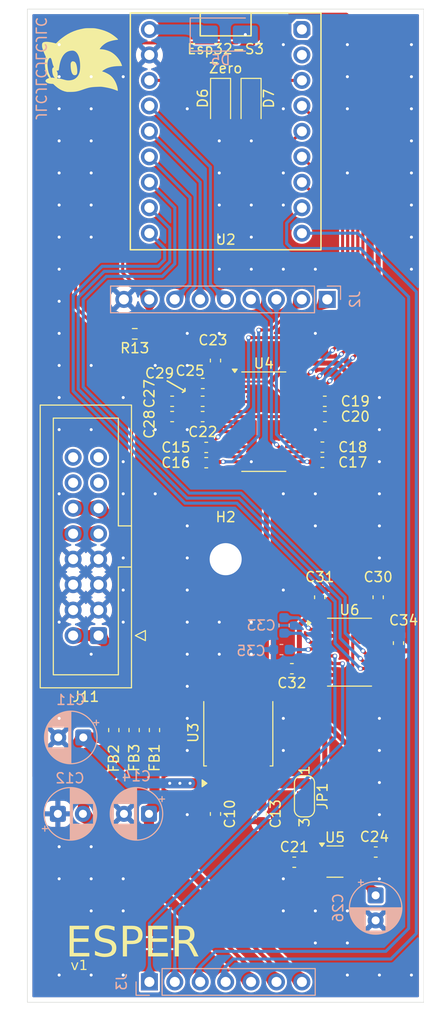
<source format=kicad_pcb>
(kicad_pcb (version 20241229) (generator "pcbnew") (generator_version "9.0")
  (title_block (title "Esper") (date "2025-05-13") (rev "1") (company "Sonic803"))
  (layers (0 "F.Cu" signal) (2 "B.Cu" signal) (13 "F.Paste" user) (15 "B.Paste" user) (5 "F.SilkS" user "F.Silkscreen") (7 "B.SilkS" user "B.Silkscreen") (1 "F.Mask" user) (3 "B.Mask" user) (25 "Edge.Cuts" user))
  (net 0 "")
  (net 1 "+5V")
  (net 2 "GND")
  (net 3 "/Main/Dac1")
  (net 4 "-12V")
  (net 5 "+12V")
  (net 6 "Net-(JP1-A)")
  (net 7 "+3.3VA")
  (net 8 "/Main/Adc_SDI")
  (net 9 "/Main/EncSw")
  (net 10 "/Main/Enc1")
  (net 11 "/Main/Enc2")
  (net 12 "/Main/In2")
  (net 13 "/Main/In1")
  (net 14 "/Main/Dac2")
  (net 15 "/Main/Prob")
  (net 16 "Net-(U4-REFIO)")
  (net 17 "Net-(U4-REFCAP)")
  (net 18 "Net-(U6-CAPM)")
  (net 19 "Net-(U6-CAPP)")
  (net 20 "Net-(D5-K)")
  (net 21 "Net-(J11-Pin_11)")
  (net 22 "Net-(J11-Pin_10)")
  (net 23 "/Main/Adc_SDO")
  (net 24 "Net-(J11-Pin_1)")
  (net 25 "/Main/Adc_CS")
  (net 26 "+3.3V")
  (net 27 "/Main/Adc_SCLK")
  (net 30 "Net-(U6-LDOO)")
  (net 31 "Net-(U6-VNEG)")
  (net 32 "/Main/Dac_BCK")
  (net 33 "/Main/Dac_LRCK")
  (net 34 "/Main/In4")
  (net 35 "/Main/Dac_DIN")
  (net 36 "/Main/D_SCL")
  (net 37 "/Main/D_SDA")
  (net 42 "/Main/In3")
  (net 45 "/Main/5Vadc")
  (footprint "Library:MountingHole_3.2mm_M3_Pad" (layer "F.Cu") (at 152.4 100.584)
    (property "Reference" "H2")
    (property "Value" "M3")
  )
  (footprint "Library:C_0603_1608Metric" (layer "F.Cu") (at 159.258 130.81 180)
    (property "Reference" "C21")
    (property "Value" "100n")
  )
  (footprint "Library:SolderJumper-3_P1.3mm_Open_RoundedPad1.0x1.5mm_NumberLabels" (layer "F.Cu") (at 160.274 124.236 -90)
    (property "Reference" "JP1")
    (property "Value" "SolderJumper_3_Open")
  )
  (footprint "Library:C_0603_1608Metric" (layer "F.Cu") (at 162.319 86.36)
    (property "Reference" "C20")
    (property "Value" "1u")
  )
  (footprint "Library:SOT-23-5" (layer "F.Cu") (at 163.322 130.744)
    (property "Reference" "U5")
    (property "Value" "ME6211C33M5")
  )
  (footprint "Library:C_0603_1608Metric" (layer "F.Cu") (at 159.017 111.506 180)
    (property "Reference" "C32")
    (property "Value" "100n")
  )
  (footprint "Library:D_SOD-123" (layer "F.Cu") (at 154.94 54.99 -90)
    (property "Reference" "D7")
    (property "Value" "BAT43")
  )
  (footprint "Library:D_SOD-123" (layer "F.Cu") (at 151.892 54.99 -90)
    (property "Reference" "D6")
    (property "Value" "BAT43")
  )
  (footprint "Library:C_0603_1608Metric" (layer "F.Cu") (at 147.053 86.36 180)
    (property "Reference" "C28")
    (property "Value" "10u")
  )
  (footprint "Library:C_0603_1608Metric" (layer "F.Cu") (at 169.672 108.953 -90)
    (property "Reference" "C34")
    (property "Value" "100n")
  )
  (footprint "Library:C_0603_1608Metric" (layer "F.Cu") (at 162.065 89.408 180)
    (property "Reference" "C18")
    (property "Value" "1n")
  )
  (footprint "Library:C_0603_1608Metric" (layer "F.Cu") (at 150.460806 89.437348)
    (property "Reference" "C15")
    (property "Value" "1n")
  )
  (footprint "Library:C_0603_1608Metric" (layer "F.Cu") (at 167.399 129.794 180)
    (property "Reference" "C24")
    (property "Value" "100n")
  )
  (footprint "Library:L_0603_1608Metric" (layer "F.Cu") (at 145.288 117.6275 -90)
    (property "Reference" "FB1")
    (property "Value" "BLM18R")
  )
  (footprint "Library:L_0603_1608Metric" (layer "F.Cu") (at 143.256 117.6275 -90)
    (property "Reference" "FB3")
    (property "Value" "BLM18R")
  )
  (footprint "Library:C_0603_1608Metric" (layer "F.Cu") (at 150.460806 90.961348)
    (property "Reference" "C16")
    (property "Value" "1n")
  )
  (footprint "Library:C_0603_1608Metric" (layer "F.Cu") (at 147.053 84.836 180)
    (property "Reference" "C27")
    (property "Value" "10u")
  )
  (footprint "Library:TO-252-3_TabPin2" (layer "F.Cu") (at 153.664 117.896 90)
    (property "Reference" "U3")
    (property "Value" "LM78M05_TO252")
  )
  (footprint "Library:Esp32-S3 Zero" (layer "F.Cu") (at 158.75 47.752)
    (property "Reference" "U2")
    (property "Value" "ESP32_S3_zero")
  )
  (footprint "Library:C_0603_1608Metric" (layer "F.Cu") (at 150.114 83.058 180)
    (property "Reference" "C25")
    (property "Value" "10u")
  )
  (footprint "Library:TSSOP-20_4.4x6.5mm_P0.65mm" (layer "F.Cu") (at 164.7775 109.859)
    (property "Reference" "U6")
    (property "Value" "PCM5102A")
  )
  (footprint "Library:IDC-Header_2x08_P2.54mm_Vertical" (layer "F.Cu") (at 139.7 108.204 180)
    (property "Reference" "J11")
    (property "Value" "Conn_02x08_Odd_Even")
  )
  (footprint "Library:L_0603_1608Metric" (layer "F.Cu") (at 141.224 117.6275 -90)
    (property "Reference" "FB2")
    (property "Value" "BLM18R")
  )
  (footprint "Library:C_0603_1608Metric" (layer "F.Cu") (at 151.384 125.997 -90)
    (property "Reference" "C10")
    (property "Value" "220n")
  )
  (footprint "Library:C_0603_1608Metric" (layer "F.Cu") (at 162.306 84.836)
    (property "Reference" "C19")
    (property "Value" "10u")
  )
  (footprint "Library:C_0603_1608Metric" (layer "F.Cu") (at 161.798 104.381 90)
    (property "Reference" "C31")
    (property "Value" "100n")
  )
  (footprint "Library:C_0603_1608Metric" (layer "F.Cu") (at 150.101 84.836 180)
    (property "Reference" "C29")
    (property "Value" "1u")
  )
  (footprint "Library:C_0603_1608Metric" (layer "F.Cu") (at 162.065 90.932 180)
    (property "Reference" "C17")
    (property "Value" "1n")
  )
  (footprint "Library:Sonic" (layer "F.Cu") (at 138.049 50.8)
    (property "Reference" "G***" (hide yes))
    (property "Value" "LOGO" (hide yes))
  )
  (footprint "Library:R_0603_1608Metric" (layer "F.Cu") (at 143.32 78.105 180)
    (property "Reference" "R13")
    (property "Value" "_")
  )
  (footprint "Library:C_0603_1608Metric" (layer "F.Cu") (at 167.64 104.381 90)
    (property "Reference" "C30")
    (property "Value" "100n")
  )
  (footprint "Library:TSSOP-38_4.4x9.7mm_P0.5mm" (layer "F.Cu") (at 156.21 86.868)
    (property "Reference" "U4")
    (property "Value" "ADS8688")
  )
  (footprint "Library:C_0603_1608Metric" (layer "F.Cu") (at 155.956 125.984 -90)
    (property "Reference" "C13")
    (property "Value" "100n")
  )
  (footprint "Library:C_0603_1608Metric" (layer "F.Cu") (at 150.101 86.36 180)
    (property "Reference" "C22")
    (property "Value" "1u")
  )
  (footprint "Library:C_0603_1608Metric" (layer "F.Cu") (at 151.384 80.772 90)
    (property "Reference" "C23")
    (property "Value" "10u")
  )
  (footprint "Library:PinSocket_1x09_P2.54mm_Vertical" (layer "B.Cu") (at 162.55 74.676 90)
    (property "Reference" "J2")
    (property "Value" "m_in_Con")
  )
  (footprint "Library:CP_Radial_D5.0mm_P2.50mm" (layer "B.Cu") (at 138.176 118.364 180)
    (property "Reference" "C11")
    (property "Value" "10u")
  )
  (footprint "Library:CP_Radial_D5.0mm_P2.50mm" (layer "B.Cu") (at 144.74 125.984 180)
    (property "Reference" "C14")
    (property "Value" "10u")
  )
  (footprint "Library:C_0603_1608Metric" (layer "B.Cu") (at 157.975 109.601 180)
    (property "Reference" "C35")
    (property "Value" "2.2u")
  )
  (footprint "Library:C_0603_1608Metric" (layer "B.Cu") (at 158.242 107.188 -90)
    (property "Reference" "C33")
    (property "Value" "2.2u")
  )
  (footprint "Library:PinSocket_1x07_P2.54mm_Vertical" (layer "B.Cu") (at 144.78 142.748 -90)
    (property "Reference" "J3")
    (property "Value" "m_Out_Con")
  )
  (footprint "Library:D_SMA" (layer "B.Cu") (at 152.368 48.26)
    (property "Reference" "D5")
    (property "Value" "B340A")
  )
  (footprint "Library:CP_Radial_D5.0mm_P2.50mm" (layer "B.Cu") (at 135.636 125.984)
    (property "Reference" "C12")
    (property "Value" "10u")
  )
  (footprint "Library:CP_Radial_D5.0mm_P2.50mm" (layer "B.Cu") (at 167.386 134.112 -90)
    (property "Reference" "C26")
    (property "Value" "10u")
  )
  (gr_line (start 148.336 83.82) (end 148.082 83.947) (stroke (width 0.15)) (layer "F.SilkS"))
  (gr_line (start 148.336 83.82) (end 146.558 82.804) (stroke (width 0.15)) (layer "F.SilkS"))
  (gr_line (start 148.336 83.566) (end 148.336 83.82) (stroke (width 0.15)) (layer "F.SilkS"))
  (gr_rect (start 132.588 45.72) (end 172.212 144.78) (stroke (width 0.05)) (fill no) (layer "Edge.Cuts"))
  (gr_text "v1" (at 136.906 141.732 0) (layer "F.SilkS") (effects (font (size 1 1)) (justify left bottom)))
  (gr_text "ESPER" (at 136.398 140.716 0) (layer "F.SilkS") (effects (font (size 3 3)) (justify left bottom)))
  (gr_text "JLCJLCJLCJLC" (at 133.35 56.896 270) (layer "B.SilkS") (effects (font (size 1 1)) (justify left bottom mirror)))
  (segment (start 161.4235 129.9275) (end 160.541 130.81) (width 0.5) (layer "F.Cu") (net 1))
  (segment (start 162.1845 129.794) (end 161.557 129.794) (width 0.5) (layer "F.Cu") (net 1))
  (segment (start 147.066 116.637) (end 147.066 100.076) (width 0.3) (layer "F.Cu") (net 1))
  (segment (start 145.288 118.415) (end 145.288 125.436) (width 1) (layer "F.Cu") (net 1))
  (segment (start 160.274 125.536) (end 160.214 125.536) (width 1) (layer "F.Cu") (net 1))
  (segment (start 137.414 75.438) (end 137.414 51.308) (width 0.3) (layer "F.Cu") (net 1))
  (segment (start 160.541 130.81) (end 161.425 131.694) (width 0.5) (layer "F.Cu") (net 1))
  (segment (start 145.288 125.436) (end 144.74 125.984) (width 1) (layer "F.Cu") (net 1))
  (segment (start 160.02 142.748) (end 151.511 134.239) (width 1) (layer "F.Cu") (net 1))
  (segment (start 160.033 130.81) (end 160.541 130.81) (width 0.5) (layer "F.Cu") (net 1))
  (segment (start 144.74 127.468) (end 144.74 125.984) (width 1) (layer "F.Cu") (net 1))
  (segment (start 147.066 100.076) (end 143.002 96.012) (width 0.3) (layer "F.Cu") (net 1))
  (segment (start 145.288 118.415) (end 147.066 116.637) (width 0.3) (layer "F.Cu") (net 1))
  (segment (start 161.4235 126.6855) (end 160.274 125.536) (width 0.5) (layer "F.Cu") (net 1))
  (segment (start 161.425 131.694) (end 162.1845 131.694) (width 0.5) (layer "F.Cu") (net 1))
  (segment (start 161.4235 129.9275) (end 161.4235 126.6855) (width 0.5) (layer "F.Cu") (net 1))
  (segment (start 160.214 125.536) (end 151.511 134.239) (width 1) (layer "F.Cu") (net 1))
  (segment (start 161.557 129.794) (end 161.4235 129.9275) (width 0.5) (layer "F.Cu") (net 1))
  (segment (start 139.631 49.091) (end 153.537 49.091) (width 0.3) (layer "F.Cu") (net 1))
  (segment (start 151.511 134.239) (end 144.74 127.468) (width 1) (layer "F.Cu") (net 1))
  (segment (start 143.002 96.012) (end 143.002 81.026) (width 0.3) (layer "F.Cu") (net 1))
  (segment (start 153.537 49.091) (end 154.368 48.26) (width 0.3) (layer "F.Cu") (net 1))
  (segment (start 143.002 81.026) (end 137.414 75.438) (width 0.3) (layer "F.Cu") (net 1))
  (segment (start 137.414 51.308) (end 139.631 49.091) (width 0.3) (layer "F.Cu") (net 1))
  (via (at 154.368 48.26) (size 0.45) (drill 0.3) (layers "F.Cu" "B.Cu") (net 1))
  (via (at 148.563 119.662) (size 0.45) (drill 0.3) (layers "F.Cu" "B.Cu") (net 2))
  (via (at 151.763 106.862) (size 0.45) (drill 0.3) (layers "F.Cu" "B.Cu") (net 2))
  (via (at 135.763 52.462) (size 0.45) (drill 0.3) (layers "F.Cu" "B.Cu") (net 2))
  (via (at 145.363 94.062) (size 0.45) (drill 0.3) (layers "F.Cu" "B.Cu") (net 2))
  (via (at 135.763 106.862) (size 0.45) (drill 0.3) (layers "F.Cu" "B.Cu") (net 2))
  (via (at 158.163 49.262) (size 0.45) (drill 0.3) (layers "F.Cu" "B.Cu") (net 2))
  (via (at 151.763 110.062) (size 0.45) (drill 0.3) (layers "F.Cu" "B.Cu") (net 2))
  (via (at 148.563 87.662) (size 0.45) (drill 0.3) (layers "F.Cu" "B.Cu") (net 2))
  (via (at 167.763 97.262) (size 0.45) (drill 0.3) (layers "F.Cu" "B.Cu") (net 2))
  (via (at 135.763 84.462) (size 0.45) (drill 0.3) (layers "F.Cu" "B.Cu") (net 2))
  (via (at 138.963 81.262) (size 0.45) (drill 0.3) (layers "F.Cu" "B.Cu") (net 2))
  (via (at 158.163 62.062) (size 0.45) (drill 0.3) (layers "F.Cu" "B.Cu") (net 2))
  (via (at 170.963 62.062) (size 0.45) (drill 0.3) (layers "F.Cu" "B.Cu") (net 2))
  (via (at 135.763 94.062) (size 0.45) (drill 0.3) (layers "F.Cu" "B.Cu") (net 2))
  (via (at 170.963 58.862) (size 0.45) (drill 0.3) (layers "F.Cu" "B.Cu") (net 2))
  (via (at 161.363 94.062) (size 0.45) (drill 0.3) (layers "F.Cu" "B.Cu") (net 2))
  (via (at 167.763 122.862) (size 0.45) (drill 0.3) (layers "F.Cu" "B.Cu") (net 2))
  (via (at 167.763 100.462) (size 0.45) (drill 0.3) (layers "F.Cu" "B.Cu") (net 2))
  (via (at 138.963 87.662) (size 0.45) (drill 0.3) (layers "F.Cu" "B.Cu") (net 2))
  (via (at 138.963 65.262) (size 0.45) (drill 0.3) (layers "F.Cu" "B.Cu") (net 2))
  (via (at 151.763 65.262) (size 0.45) (drill 0.3) (layers "F.Cu" "B.Cu") (net 2))
  (via (at 142.163 103.662) (size 0.45) (drill 0.3) (layers "F.Cu" "B.Cu") (net 2))
  (via (at 167.763 132.462) (size 0.45) (drill 0.3) (layers "F.Cu" "B.Cu") (net 2))
  (via (at 135.763 129.262) (size 0.45) (drill 0.3) (layers "F.Cu" "B.Cu") (net 2))
  (via (at 167.763 84.462) (size 0.45) (drill 0.3) (layers "F.Cu" "B.Cu") (net 2))
  (via (at 135.763 74.862) (size 0.45) (drill 0.3) (layers "F.Cu" "B.Cu") (net 2))
  (via (at 164.563 142.062) (size 0.45) (drill 0.3) (layers "F.Cu" "B.Cu") (net 2))
  (via (at 138.963 135.662) (size 0.45) (drill 0.3) (layers "F.Cu" "B.Cu") (net 2))
  (via (at 170.963 142.062) (size 0.45) (drill 0.3) (layers "F.Cu" "B.Cu") (net 2))
  (via (at 148.563 126.062) (size 0.45) (drill 0.3) (layers "F.Cu" "B.Cu") (net 2))
  (via (at 142.163 106.862) (size 0.45) (drill 0.3) (layers "F.Cu" "B.Cu") (net 2))
  (via (at 167.763 142.062) (size 0.45) (drill 0.3) (layers "F.Cu" "B.Cu") (net 2))
  (via (at 170.963 65.262) (size 0.45) (drill 0.3) (layers "F.Cu" "B.Cu") (net 2))
  (via (at 138.963 142.062) (size 0.45) (drill 0.3) (layers "F.Cu" "B.Cu") (net 2))
  (via (at 167.763 119.662) (size 0.45) (drill 0.3) (layers "F.Cu" "B.Cu") (net 2))
  (via (at 161.363 97.262) (size 0.45) (drill 0.3) (layers "F.Cu" "B.Cu") (net 2))
  (via (at 135.763 49.262) (size 0.45) (drill 0.3) (layers "F.Cu" "B.Cu") (net 2))
  (via (at 148.563 100.462) (size 0.45) (drill 0.3) (layers "F.Cu" "B.Cu") (net 2))
  (via (at 161.363 71.662) (size 0.45) (drill 0.3) (layers "F.Cu" "B.Cu") (net 2))
  (via (at 164.563 62.062) (size 0.45) (drill 0.3) (layers "F.Cu" "B.Cu") (net 2))
  (via (at 135.763 62.062) (size 0.45) (drill 0.3) (layers "F.Cu" "B.Cu") (net 2))
  (via (at 142.163 94.062) (size 0.45) (drill 0.3) (layers "F.Cu" "B.Cu") (net 2))
  (via (at 158.163 55.662) (size 0.45) (drill 0.3) (layers "F.Cu" "B.Cu") (net 2))
  (via (at 138.963 129.262) (size 0.45) (drill 0.3) (layers "F.Cu" "B.Cu") (net 2))
  (via (at 164.563 135.662) (size 0.45) (drill 0.3) (layers "F.Cu" "B.Cu") (net 2))
  (via (at 158.163 119.662) (size 0.45) (drill 0.3) (layers "F.Cu" "B.Cu") (net 2))
  (via (at 154.963 90.862) (size 0.45) (drill 0.3) (layers "F.Cu" "B.Cu") (net 2))
  (via (at 142.163 52.462) (size 0.45) (drill 0.3) (layers "F.Cu" "B.Cu") (net 2))
  (via (at 154.963 65.262) (size 0.45) (drill 0.3) (layers "F.Cu" "B.Cu") (net 2))
  (via (at 158.163 71.662) (size 0.45) (drill 0.3) (layers "F.Cu" "B.Cu") (net 2))
  (via (at 151.763 62.062) (size 0.45) (drill 0.3) (layers "F.Cu" "B.Cu") (net 2))
  (via (at 170.963 52.462) (size 0.45) (drill 0.3) (layers "F.Cu" "B.Cu") (net 2))
  (via (at 142.163 90.862) (size 0.45) (drill 0.3) (layers "F.Cu" "B.Cu") (net 2))
  (via (at 148.563 78.062) (size 0.45) (drill 0.3) (layers "F.Cu" "B.Cu") (net 2))
  (via (at 154.963 58.862) (size 0.45) (drill 0.3) (layers "F.Cu" "B.Cu") (net 2))
  (via (at 158.163 135.662) (size 0.45) (drill 0.3) (layers "F.Cu" "B.Cu") (net 2))
  (via (at 148.563 103.662) (size 0.45) (drill 0.3) (layers "F.Cu" "B.Cu") (net 2))
  (via (at 135.763 65.262) (size 0.45) (drill 0.3) (layers "F.Cu" "B.Cu") (net 2))
  (via (at 154.963 106.862) (size 0.45) (drill 0.3) (layers "F.Cu" "B.Cu") (net 2))
  (via (at 164.563 55.662) (size 0.45) (drill 0.3) (layers "F.Cu" "B.Cu") (net 2))
  (via (at 148.563 97.262) (size 0.45) (drill 0.3) (layers "F.Cu" "B.Cu") (net 2))
  (via (at 151.763 68.462) (size 0.45) (drill 0.3) (layers "F.Cu" "B.Cu") (net 2))
  (via (at 170.963 55.662) (size 0.45) (drill 0.3) (layers "F.Cu" "B.Cu") (net 2))
  (via (at 138.963 110.062) (size 0.45) (drill 0.3) (layers "F.Cu" "B.Cu") (net 2))
  (via (at 138.963 68.462) (size 0.45) (drill 0.3) (layers "F.Cu" "B.Cu") (net 2))
  (via (at 138.963 62.062) (size 0.45) (drill 0.3) (layers "F.Cu" "B.Cu") (net 2))
  (via (at 154.963 110.062) (size 0.45) (drill 0.3) (layers "F.Cu" "B.Cu") (net 2))
  (via (at 170.963 68.462) (size 0.45) (drill 0.3) (layers "F.Cu" "B.Cu") (net 2))
  (via (at 158.163 94.062) (size 0.45) (drill 0.3) (layers "F.Cu" "B.Cu") (net 2))
  (via (at 161.363 78.062) (size 0.45) (drill 0.3) (layers "F.Cu" "B.Cu") (net 2))
  (via (at 164.563 138.862) (size 0.45) (drill 0.3) (layers "F.Cu" "B.Cu") (net 2))
  (via (at 135.763 68.462) (size 0.45) (drill 0.3) (layers "F.Cu" "B.Cu") (net 2))
  (via (at 151.763 58.862) (size 0.45) (drill 0.3) (layers "F.Cu" "B.Cu") (net 2))
  (via (at 161.363 138.862) (size 0.45) (drill 0.3) (layers "F.Cu" "B.Cu") (net 2))
  (via (at 148.563 116.462) (size 0.45) (drill 0.3) (layers "F.Cu" "B.Cu") (net 2))
  (via (at 142.163 142.062) (size 0.45) (drill 0.3) (layers "F.Cu" "B.Cu") (net 2))
  (via (at 167.763 94.062) (size 0.45) (drill 0.3) (layers "F.Cu" "B.Cu") (net 2))
  (via (at 154.963 68.462) (size 0.45) (drill 0.3) (layers "F.Cu" "B.Cu") (net 2))
  (via (at 145.363 81.262) (size 0.45) (drill 0.3) (layers "F.Cu" "B.Cu") (net 2))
  (via (at 138.963 55.662) (size 0.45) (drill 0.3) (layers "F.Cu" "B.Cu") (net 2))
  (via (at 145.363 87.662) (size 0.45) (drill 0.3) (layers "F.Cu" "B.Cu") (net 2))
  (via (at 135.763 58.862) (size 0.45) (drill 0.3) (layers "F.Cu" "B.Cu") (net 2))
  (via (at 148.563 106.862) (size 0.45) (drill 0.3) (layers "F.Cu" "B.Cu") (net 2))
  (via (at 167.763 126.062) (size 0.45) (drill 0.3) (layers "F.Cu" "B.Cu") (net 2))
  (via (at 142.163 132.462) (size 0.45) (drill 0.3) (layers "F.Cu" "B.Cu") (net 2))
  (via (at 135.763 87.662) (size 0.45) (drill 0.3) (layers "F.Cu" "B.Cu") (net 2))
  (via (at 135.763 55.662) (size 0.45) (drill 0.3) (layers "F.Cu" "B.Cu") (net 2))
  (via (at 135.763 81.262) (size 0.45) (drill 0.3) (layers "F.Cu" "B.Cu") (net 2))
  (via (at 161.363 135.662) (size 0.45) (drill 0.3) (layers "F.Cu" "B.Cu") (net 2))
  (via (at 167.763 116.462) (size 0.45) (drill 0.3) (layers "F.Cu" "B.Cu") (net 2))
  (via (at 154.963 71.662) (size 0.45) (drill 0.3) (layers "F.Cu" "B.Cu") (net 2))
  (via (at 151.763 71.662) (size 0.45) (drill 0.3) (layers "F.Cu" "B.Cu") (net 2))
  (via (at 135.763 116.462) (size 0.45) (drill 0.3) (layers "F.Cu" "B.Cu") (net 2))
  (via (at 135.763 78.062) (size 0.45) (drill 0.3) (layers "F.Cu" "B.Cu") (net 2))
  (via (at 158.163 65.262) (size 0.45) (drill 0.3) (layers "F.Cu" "B.Cu") (net 2))
  (via (at 138.963 58.862) (size 0.45) (drill 0.3) (layers "F.Cu" "B.Cu") (net 2))
  (via (at 148.563 110.062) (size 0.45) (drill 0.3) (layers "F.Cu" "B.Cu") (net 2))
  (via (at 151.763 78.062) (size 0.45) (drill 0.3) (layers "F.Cu" "B.Cu") (net 2))
  (via (at 142.163 135.662) (size 0.45) (drill 0.3) (layers "F.Cu" "B.Cu") (net 2))
  (via (at 164.563 52.462) (size 0.45) (drill 0.3) (layers "F.Cu" "B.Cu") (net 2))
  (via (at 167.763 90.862) (size 0.45) (drill 0.3) (layers "F.Cu" "B.Cu") (net 2))
  (via (at 148.563 55.662) (size 0.45) (drill 0.3) (layers "F.Cu" "B.Cu") (net 2))
  (via (at 138.963 52.462) (size 0.45) (drill 0.3) (layers "F.Cu" "B.Cu") (net 2))
  (via (at 142.163 100.462) (size 0.45) (drill 0.3) (layers "F.Cu" "B.Cu") (net 2))
  (via (at 138.963 132.462) (size 0.45) (drill 0.3) (layers "F.Cu" "B.Cu") (net 2))
  (via (at 135.763 142.062) (size 0.45) (drill 0.3) (layers "F.Cu" "B.Cu") (net 2))
  (via (at 170.963 71.662) (size 0.45) (drill 0.3) (layers "F.Cu" "B.Cu") (net 2))
  (via (at 167.763 87.662) (size 0.45) (drill 0.3) (layers "F.Cu" "B.Cu") (net 2))
  (via (at 161.363 87.662) (size 0.45) (drill 0.3) (layers "F.Cu" "B.Cu") (net 2))
  (via (at 148.563 81.262) (size 0.45) (drill 0.3) (layers "F.Cu" "B.Cu") (net 2))
  (via (at 135.763 71.662) (size 0.45) (drill 0.3) (layers "F.Cu" "B.Cu") (net 2))
  (via (at 158.163 116.462) (size 0.45) (drill 0.3) (layers "F.Cu" "B.Cu") (net 2))
  (via (at 148.563 113.262) (size 0.45) (drill 0.3) (layers "F.Cu" "B.Cu") (net 2))
  (via (at 164.563 49.262) (size 0.45) (drill 0.3) (layers "F.Cu" "B.Cu") (net 2))
  (via (at 158.163 132.462) (size 0.45) (drill 0.3) (layers "F.Cu" "B.Cu") (net 2))
  (via (at 170.963 49.262) (size 0.45) (drill 0.3) (layers "F.Cu" "B.Cu") (net 2))
  (via (at 142.163 84.462) (size 0.45) (drill 0.3) (layers "F.Cu" "B.Cu") (net 2))
  (via (at 135.763 132.462) (size 0.45) (drill 0.3) (layers "F.Cu" "B.Cu") (net 2))
  (via (at 148.563 90.862) (size 0.45) (drill 0.3) (layers "F.Cu" "B.Cu") (net 2))
  (via (at 158.163 103.662) (size 0.45) (drill 0.3) (layers "F.Cu" "B.Cu") (net 2))
  (segment (start 163.322 110.236) (end 161.967 110.236) (width 0.3) (layer "F.Cu") (net 3))
  (segment (start 161.967 110.236) (end 161.915 110.184) (width 0.3) (layer "F.Cu") (net 3))
  (via (at 163.322 110.236) (size 0.45) (drill 0.3) (layers "F.Cu" "B.Cu") (net 3))
  (segment (start 163.322 118.364) (end 163.322 110.236) (width 0.3) (layer "B.Cu") (net 3))
  (segment (start 144.78 142.748) (end 144.78 136.906) (width 0.3) (layer "B.Cu") (net 3))
  (segment (start 144.78 136.906) (end 163.322 118.364) (width 0.3) (layer "B.Cu") (net 3))
  (segment (start 138.136 125.984) (end 138.176 125.984) (width 1) (layer "F.Cu") (net 4))
  (segment (start 138.176 125.984) (end 148.336 136.144) (width 1) (layer "F.Cu") (net 4))
  (segment (start 148.336 136.144) (end 150.876 136.144) (width 1) (layer "F.Cu") (net 4))
  (segment (start 143.256 119.888) (end 138.136 125.008) (width 1) (layer "F.Cu") (net 4))
  (segment (start 150.876 136.144) (end 157.48 142.748) (width 1) (layer "F.Cu") (net 4))
  (segment (start 143.256 118.415) (end 143.256 119.888) (width 1) (layer "F.Cu") (net 4))
  (segment (start 138.136 125.008) (end 138.136 125.984) (width 1) (layer "F.Cu") (net 4))
  (segment (start 148.844 122.936) (end 147.828 122.936) (width 1) (layer "F.Cu") (net 5))
  (segment (start 151.384 122.936) (end 149.606 122.936) (width 1) (layer "F.Cu") (net 5))
  (segment (start 137.546 138.877) (end 133.858 135.189) (width 1) (layer "F.Cu") (net 5))
  (segment (start 141.224 118.415) (end 138.227 118.415) (width 1) (layer "F.Cu") (net 5))
  (segment (start 133.858 135.189) (end 133.858 122.682) (width 1) (layer "F.Cu") (net 5))
  (segment (start 141.173 118.364) (end 141.224 118.415) (width 1) (layer "F.Cu") (net 5))
  (segment (start 133.858 122.682) (end 138.176 118.364) (width 1) (layer "F.Cu") (net 5))
  (segment (start 138.227 118.415) (end 138.176 118.364) (width 1) (layer "F.Cu") (net 5))
  (segment (start 151.384 122.936) (end 151.384 125.222) (width 1) (layer "F.Cu") (net 5))
  (segment (start 149.606 122.936) (end 148.844 122.936) (width 1) (layer "F.Cu") (net 5))
  (segment (start 154.94 142.748) (end 151.069 138.877) (width 1) (layer "F.Cu") (net 5))
  (segment (start 151.069 138.877) (end 137.546 138.877) (width 1) (layer "F.Cu") (net 5))
  (segment (start 147.828 122.936) (end 146.812 122.936) (width 1) (layer "F.Cu") (net 5))
  (via (at 146.812 122.936) (size 0.45) (drill 0.3) (layers "F.Cu" "B.Cu") (net 5))
  (via (at 148.844 122.936) (size 0.45) (drill 0.3) (layers "F.Cu" "B.Cu") (net 5))
  (via (at 147.828 122.936) (size 0.45) (drill 0.3) (layers "F.Cu" "B.Cu") (net 5))
  (segment (start 142.748 122.936) (end 148.844 122.936) (width 1) (layer "B.Cu") (net 5))
  (segment (start 138.176 118.364) (end 142.748 122.936) (width 1) (layer "B.Cu") (net 5))
  (segment (start 155.944 122.936) (end 160.274 122.936) (width 1) (layer "F.Cu") (net 6))
  (segment (start 155.956 122.948) (end 155.944 122.936) (width 1) (layer "F.Cu") (net 6))
  (segment (start 155.956 125.209) (end 155.956 122.948) (width 1) (layer "F.Cu") (net 6))
  (segment (start 159.814 111.484) (end 159.792 111.506) (width 0.5) (layer "F.Cu") (net 7))
  (segment (start 164.592 129.6615) (end 164.4595 129.794) (width 0.5) (layer "F.Cu") (net 7))
  (segment (start 161.798 106.817) (end 161.915 106.934) (width 0.5) (layer "F.Cu") (net 7))
  (segment (start 167.386 134.112) (end 166.624 133.35) (width 0.5) (layer "F.Cu") (net 7))
  (segment (start 159.792 111.506) (end 159.792 114.326) (width 0.5) (layer "F.Cu") (net 7))
  (segment (start 159.766 107.188) (end 159.766 111.48) (width 0.5) (layer "F.Cu") (net 7))
  (segment (start 161.798 105.156) (end 161.798 106.817) (width 0.5) (layer "F.Cu") (net 7))
  (segment (start 159.766 111.48) (end 159.792 111.506) (width 0.5) (layer "F.Cu") (net 7))
  (segment (start 164.4595 129.794) (end 166.624 129.794) (width 0.5) (layer "F.Cu") (net 7))
  (segment (start 159.792 114.326) (end 164.592 119.126) (width 0.5) (layer "F.Cu") (net 7))
  (segment (start 161.798 105.156) (end 159.766 107.188) (width 0.5) (layer "F.Cu") (net 7))
  (segment (start 166.624 133.35) (end 166.624 129.794) (width 0.5) (layer "F.Cu") (net 7))
  (segment (start 164.592 119.126) (end 164.592 129.6615) (width 0.5) (layer "F.Cu") (net 7))
  (segment (start 161.915 111.484) (end 159.814 111.484) (width 0.5) (layer "F.Cu") (net 7))
  (segment (start 153.3475 82.368) (end 153.67 82.0455) (width 0.3) (layer "F.Cu") (net 8))
  (segment (start 153.67 82.0455) (end 153.67 64.262) (width 0.3) (layer "F.Cu") (net 8))
  (segment (start 153.67 64.262) (end 160.02 57.912) (width 0.3) (layer "F.Cu") (net 8))
  (segment (start 148.844 64.516) (end 144.78 60.452) (width 0.3) (layer "B.Cu") (net 9))
  (segment (start 147.31 74.676) (end 148.844 73.142) (width 0.3) (layer "B.Cu") (net 9))
  (segment (start 148.844 73.142) (end 148.844 64.516) (width 0.3) (layer "B.Cu") (net 9))
  (segment (start 150.876 61.468) (end 144.78 55.372) (width 0.3) (layer "B.Cu") (net 10))
  (segment (start 152.39 74.676) (end 150.876 73.162) (width 0.3) (layer "B.Cu") (net 10))
  (segment (start 150.876 73.162) (end 150.876 61.468) (width 0.3) (layer "B.Cu") (net 10))
  (segment (start 149.85 62.982) (end 149.85 74.676) (width 0.3) (layer "B.Cu") (net 11))
  (segment (start 144.78 57.912) (end 149.85 62.982) (width 0.3) (layer "B.Cu") (net 11))
  (segment (start 151.702 90.868) (end 151.608652 90.961348) (width 0.3) (layer "F.Cu") (net 12))
  (segment (start 160.01 74.676) (end 156.962 77.724) (width 0.3) (layer "F.Cu") (net 12))
  (segment (start 151.608652 90.961348) (end 151.235806 90.961348) (width 0.3) (layer "F.Cu") (net 12))
  (segment (start 156.962 77.724) (end 155.702 77.724) (width 0.3) (layer "F.Cu") (net 12))
  (segment (start 152.146 90.868) (end 151.702 90.868) (width 0.3) (layer "F.Cu") (net 12))
  (segment (start 153.3475 90.868) (end 152.146 90.868) (width 0.3) (layer "F.Cu") (net 12))
  (via (at 152.146 90.868) (size 0.45) (drill 0.3) (layers "F.Cu" "B.Cu") (net 12))
  (via (at 155.702 77.724) (size 0.45) (drill 0.3) (layers "F.Cu" "B.Cu") (net 12))
  (segment (start 155.702 77.724) (end 155.702 88.265) (width 0.3) (layer "B.Cu") (net 12))
  (segment (start 153.099 90.868) (end 152.146 90.868) (width 0.3) (layer "B.Cu") (net 12))
  (segment (start 155.702 88.265) (end 153.099 90.868) (width 0.3) (layer "B.Cu") (net 12))
  (segment (start 151.59 89.868) (end 151.235806 89.513806) (width 0.3) (layer "F.Cu") (net 13))
  (segment (start 151.638 88.392) (end 151.235806 88.794194) (width 0.2) (layer "F.Cu") (net 13))
  (segment (start 151.235806 88.794194) (end 151.235806 89.437348) (width 0.2) (layer "F.Cu") (net 13))
  (segment (start 162.55 74.676) (end 158.74 78.486) (width 0.3) (layer "F.Cu") (net 13))
  (segment (start 151.235806 89.513806) (end 151.235806 89.437348) (width 0.3) (layer "F.Cu") (net 13))
  (segment (start 153.3475 89.868) (end 151.59 89.868) (width 0.3) (layer "F.Cu") (net 13))
  (segment (start 158.74 78.486) (end 154.686 78.486) (width 0.3) (layer "F.Cu") (net 13))
  (via (at 154.686 78.486) (size 0.45) (drill 0.3) (layers "F.Cu" "B.Cu") (net 13))
  (via (at 151.638 88.392) (size 0.45) (drill 0.3) (layers "F.Cu" "B.Cu") (net 13))
  (segment (start 154.686 85.344) (end 151.638 88.392) (width 0.3) (layer "B.Cu") (net 13))
  (segment (start 154.686 78.486) (end 154.686 85.344) (width 0.3) (layer "B.Cu") (net 13))
  (segment (start 161.915 110.834) (end 162.928636 110.834) (width 0.3) (layer "F.Cu") (net 14))
  (segment (start 163.092636 110.998) (end 164.084 110.998) (width 0.3) (layer "F.Cu") (net 14))
  (segment (start 162.928636 110.834) (end 163.092636 110.998) (width 0.3) (layer "F.Cu") (net 14))
  (via (at 164.084 110.998) (size 0.45) (drill 0.3) (layers "F.Cu" "B.Cu") (net 14))
  (segment (start 164.084 110.998) (end 164.084 118.872) (width 0.3) (layer "B.Cu") (net 14))
  (segment (start 147.32 135.636) (end 147.32 142.748) (width 0.3) (layer "B.Cu") (net 14))
  (segment (start 164.084 118.872) (end 147.32 135.636) (width 0.3) (layer "B.Cu") (net 14))
  (segment (start 144.77 77.48) (end 144.145 78.105) (width 0.3) (layer "F.Cu") (net 15))
  (segment (start 151.892 56.64) (end 154.94 53.592) (width 0.3) (layer "F.Cu") (net 15))
  (segment (start 144.77 74.676) (end 144.77 77.48) (width 0.3) (layer "F.Cu") (net 15))
  (segment (start 143.198 54.033) (end 142.113 55.118) (width 0.3) (layer "F.Cu") (net 15))
  (segment (start 149.285 54.033) (end 151.892 56.64) (width 0.3) (layer "F.Cu") (net 15))
  (segment (start 155.448 53.34) (end 155.956 52.832) (width 0.3) (layer "F.Cu") (net 15))
  (segment (start 142.113 72.019) (end 142.113 55.118) (width 0.3) (layer "F.Cu") (net 15))
  (segment (start 144.77 74.676) (end 142.113 72.019) (width 0.3) (layer "F.Cu") (net 15))
  (segment (start 154.94 53.34) (end 155.448 53.34) (width 0.3) (layer "F.Cu") (net 15))
  (segment (start 143.198 54.033) (end 149.285 54.033) (width 0.3) (layer "F.Cu") (net 15))
  (segment (start 154.94 53.592) (end 154.94 53.34) (width 0.3) (layer "F.Cu") (net 15))
  (segment (start 155.956 52.832) (end 160.02 52.832) (width 0.3) (layer "F.Cu") (net 15))
  (segment (start 152.44 84.368) (end 151.13 83.058) (width 0.3) (layer "F.Cu") (net 16))
  (segment (start 153.3475 84.368) (end 152.44 84.368) (width 0.3) (layer "F.Cu") (net 16))
  (segment (start 151.13 83.058) (end 150.889 83.058) (width 0.3) (layer "F.Cu") (net 16))
  (segment (start 147.828 84.836) (end 147.828 86.36) (width 0.3) (layer "F.Cu") (net 17))
  (segment (start 150.876 84.836) (end 151.408 85.368) (width 0.3) (layer "F.Cu") (net 17))
  (segment (start 149.95 83.91) (end 150.876 84.836) (width 0.3) (layer "F.Cu") (net 17))
  (segment (start 147.828 84.836) (end 148.754 83.91) (width 0.3) (layer "F.Cu") (net 17))
  (segment (start 151.408 85.368) (end 153.3475 85.368) (width 0.3) (layer "F.Cu") (net 17))
  (segment (start 148.754 83.91) (end 149.95 83.91) (width 0.3) (layer "F.Cu") (net 17))
  (segment (start 160.655 108.712) (end 160.827 108.884) (width 0.3) (layer "F.Cu") (net 18))
  (segment (start 160.827 108.884) (end 161.915 108.884) (width 0.3) (layer "F.Cu") (net 18))
  (via (at 160.655 108.712) (size 0.45) (drill 0.3) (layers "F.Cu" "B.Cu") (net 18))
  (segment (start 158.242 107.963) (end 158.255 107.976) (width 0.3) (layer "B.Cu") (net 18))
  (segment (start 158.255 107.976) (end 159.919 107.976) (width 0.3) (layer "B.Cu") (net 18))
  (segment (start 159.919 107.976) (end 160.655 108.712) (width 0.3) (layer "B.Cu") (net 18))
  (segment (start 161.915 107.584) (end 160.797 107.584) (width 0.3) (layer "F.Cu") (net 19))
  (segment (start 160.797 107.584) (end 160.655 107.442) (width 0.3) (layer "F.Cu") (net 19))
  (via (at 160.655 107.442) (size 0.45) (drill 0.3) (layers "F.Cu" "B.Cu") (net 19))
  (segment (start 158.255 106.426) (end 158.242 106.413) (width 0.3) (layer "B.Cu") (net 19))
  (segment (start 159.639 106.426) (end 158.255 106.426) (width 0.3) (layer "B.Cu") (net 19))
  (segment (start 160.655 107.442) (end 159.639 106.426) (width 0.3) (layer "B.Cu") (net 19))
  (segment (start 150.368 48.26) (end 149.86 47.752) (width 1) (layer "B.Cu") (net 20))
  (segment (start 149.86 47.752) (end 144.78 47.752) (width 1) (layer "B.Cu") (net 20))
  (segment (start 145.288 101.092) (end 139.7 95.504) (width 1) (layer "F.Cu") (net 21))
  (segment (start 145.288 116.84) (end 145.288 101.092) (width 1) (layer "F.Cu") (net 21))
  (segment (start 137.16 95.504) (end 139.7 95.504) (width 1) (layer "F.Cu") (net 21))
  (segment (start 137.16 98.044) (end 136.144 98.044) (width 1) (layer "F.Cu") (net 22))
  (segment (start 134.62 99.568) (end 134.62 110.236) (width 1) (layer "F.Cu") (net 22))
  (segment (start 137.16 98.044) (end 139.7 98.044) (width 1) (layer "F.Cu") (net 22))
  (segment (start 136.144 98.044) (end 134.62 99.568) (width 1) (layer "F.Cu") (net 22))
  (segment (start 134.62 110.236) (end 141.224 116.84) (width 1) (layer "F.Cu") (net 22))
  (segment (start 162.814 82.804) (end 162.25 83.368) (width 0.3) (layer "F.Cu") (net 23))
  (segment (start 166.116 79.502) (end 166.116 61.468) (width 0.3) (layer "F.Cu") (net 23))
  (segment (start 165.1 80.518) (end 166.116 79.502) (width 0.3) (layer "F.Cu") (net 23))
  (segment (start 162.25 83.368) (end 159.0725 83.368) (width 0.3) (layer "F.Cu") (net 23))
  (segment (start 166.116 61.468) (end 160.02 55.372) (width 0.3) (layer "F.Cu") (net 23))
  (via (at 165.1 80.518) (size 0.45) (drill 0.3) (layers "F.Cu" "B.Cu") (net 23))
  (via (at 162.814 82.804) (size 0.45) (drill 0.3) (layers "F.Cu" "B.Cu") (net 23))
  (segment (start 165.1 80.518) (end 162.814 82.804) (width 0.3) (layer "B.Cu") (net 23))
  (segment (start 137.16 108.204) (end 139.7 108.204) (width 1) (layer "F.Cu") (net 24))
  (segment (start 143.256 116.84) (end 143.256 111.76) (width 1) (layer "F.Cu") (net 24))
  (segment (start 143.256 111.76) (end 139.7 108.204) (width 1) (layer "F.Cu") (net 24))
  (segment (start 163.068 79.756) (end 164.084 78.74) (width 0.3) (layer "F.Cu") (net 25))
  (segment (start 164.084 67.056) (end 160.02 62.992) (width 0.3) (layer "F.Cu") (net 25))
  (segment (start 160.909 81.915) (end 160.456 82.368) (width 0.3) (layer "F.Cu") (net 25))
  (segment (start 164.084 78.74) (end 164.084 67.056) (width 0.3) (layer "F.Cu") (net 25))
  (segment (start 160.456 82.368) (end 159.0725 82.368) (width 0.3) (layer "F.Cu") (net 25))
  (via (at 160.909 81.915) (size 0.45) (drill 0.3) (layers "F.Cu" "B.Cu") (net 25))
  (via (at 163.068 79.756) (size 0.45) (drill 0.3) (layers "F.Cu" "B.Cu") (net 25))
  (segment (start 163.068 79.756) (end 160.909 81.915) (width 0.3) (layer "B.Cu") (net 25))
  (segment (start 151.397 81.56) (end 151.397 81.801) (width 0.3) (layer "F.Cu") (net 26))
  (segment (start 167.64 49.53) (end 167.64 80.772) (width 0.5) (layer "F.Cu") (net 26))
  (segment (start 156.801176 82.868) (end 156.854588 82.921412) (width 0.2) (layer "F.Cu") (net 26))
  (segment (start 165.617 112.785) (end 166.771496 112.785) (width 0.3) (layer "F.Cu") (net 26))
  (segment (start 166.771496 112.785) (end 166.772496 112.784) (width 0.3) (layer "F.Cu") (net 26))
  (segment (start 151.397 81.801) (end 152.464 82.868) (width 0.3) (layer "F.Cu") (net 26))
  (segment (start 165.354 104.14) (end 165.354 82.804) (width 0.5) (layer "F.Cu") (net 26))
  (segment (start 151.384 52.832) (end 151.892 53.34) (width 0.3) (layer "F.Cu") (net 26))
  (segment (start 158.9024 46.3296) (end 164.4396 46.3296) (width 0.5) (layer "F.Cu") (net 26))
  (segment (start 165.608 82.804) (end 165.354 82.804) (width 0.5) (layer "F.Cu") (net 26))
  (segment (start 151.892 53.34) (end 158.9024 46.3296) (width 0.5) (layer "F.Cu") (net 26))
  (segment (start 166.37 106.934) (end 167.64 106.934) (width 0.3) (layer "F.Cu") (net 26))
  (segment (start 165.1 108.204) (end 165.1 112.268) (width 0.3) (layer "F.Cu") (net 26))
  (segment (start 152.464 82.868) (end 153.3475 82.868) (width 0.3) (layer "F.Cu") (net 26))
  (segment (start 167.64 105.156) (end 166.37 105.156) (width 0.5) (layer "F.Cu") (net 26))
  (segment (start 165.78 108.884) (end 165.1 108.204) (width 0.3) (layer "F.Cu") (net 26))
  (segment (start 144.78 52.832) (end 151.384 52.832) (width 0.3) (layer "F.Cu") (net 26))
  (segment (start 163.576 81.026) (end 158.75 81.026) (width 0.5) (layer "F.Cu") (net 26))
  (segment (start 165.1 112.268) (end 165.617 112.785) (width 0.3) (layer "F.Cu") (net 26))
  (segment (start 151.384 81.547) (end 151.397 81.56) (width 0.3) (layer "F.Cu") (net 26))
  (segment (start 156.854588 82.921412) (end 158.301176 84.368) (width 0.2) (layer "F.Cu") (net 26))
  (segment (start 165.354 82.804) (end 163.576 81.026) (width 0.5) (layer "F.Cu") (net 26))
  (segment (start 164.4396 46.3296) (end 167.64 49.53) (width 0.5) (layer "F.Cu") (net 26))
  (segment (start 158.75 81.026) (end 156.854588 82.921412) (width 0.5) (layer "F.Cu") (net 26))
  (segment (start 153.3475 82.868) (end 156.801176 82.868) (width 0.2) (layer "F.Cu") (net 26))
  (segment (start 167.64 108.884) (end 165.78 108.884) (width 0.3) (layer "F.Cu") (net 26))
  (segment (start 167.64 80.772) (end 165.608 82.804) (width 0.5) (layer "F.Cu") (net 26))
  (segment (start 158.301176 84.368) (end 159.0725 84.368) (width 0.2) (layer "F.Cu") (net 26))
  (segment (start 166.37 106.934) (end 165.1 108.204) (width 0.3) (layer "F.Cu") (net 26))
  (segment (start 166.37 105.156) (end 165.354 104.14) (width 0.5) (layer "F.Cu") (net 26))
  (segment (start 167.64 105.156) (end 167.64 106.934) (width 0.3) (layer "F.Cu") (net 26))
  (segment (start 166.772496 112.784) (end 167.64 112.784) (width 0.3) (layer "F.Cu") (net 26))
  (segment (start 165.1 65.532) (end 160.02 60.452) (width 0.3) (layer "F.Cu") (net 27))
  (segment (start 163.957 80.137) (end 165.1 78.994) (width 0.3) (layer "F.Cu") (net 27))
  (segment (start 165.1 78.994) (end 165.1 65.532) (width 0.3) (layer "F.Cu") (net 27))
  (segment (start 161.226 82.868) (end 161.798 82.296) (width 0.3) (layer "F.Cu") (net 27))
  (segment (start 159.0725 82.868) (end 161.226 82.868) (width 0.3) (layer "F.Cu") (net 27))
  (via (at 161.798 82.296) (size 0.45) (drill 0.3) (layers "F.Cu" "B.Cu") (net 27))
  (via (at 163.957 80.137) (size 0.45) (drill 0.3) (layers "F.Cu" "B.Cu") (net 27))
  (segment (start 163.957 80.137) (end 161.798 82.296) (width 0.3) (layer "B.Cu") (net 27))
  (segment (start 167.64 108.234) (end 169.616 108.234) (width 0.3) (layer "F.Cu") (net 30))
  (segment (start 169.616 108.234) (end 169.672 108.178) (width 0.3) (layer "F.Cu") (net 30))
  (segment (start 161.855 109.474) (end 161.915 109.534) (width 0.3) (layer "F.Cu") (net 31))
  (segment (start 161.915 109.534) (end 160.722 109.534) (width 0.3) (layer "F.Cu") (net 31))
  (segment (start 160.722 109.534) (end 160.655 109.601) (width 0.3) (layer "F.Cu") (net 31))
  (via (at 160.655 109.601) (size 0.45) (drill 0.3) (layers "F.Cu" "B.Cu") (net 31))
  (segment (start 160.655 109.601) (end 158.75 109.601) (width 0.3) (layer "B.Cu") (net 31))
  (segment (start 165.884 111.484) (end 165.862 111.506) (width 0.3) (layer "F.Cu") (net 32))
  (segment (start 167.64 111.484) (end 165.884 111.484) (width 0.3) (layer "F.Cu") (net 32))
  (via (at 165.862 111.506) (size 0.45) (drill 0.3) (layers "F.Cu" "B.Cu") (net 32))
  (segment (start 146.304 70.71896) (end 145.64896 71.374) (width 0.3) (layer "B.Cu") (net 32))
  (segment (start 163.336 108.98) (end 165.862 111.506) (width 0.3) (layer "B.Cu") (net 32))
  (segment (start 163.336 104.809042) (end 163.336 108.98) (width 0.3) (layer "B.Cu") (net 32))
  (segment (start 146.304 69.596) (end 146.304 70.71896) (width 0.3) (layer "B.Cu") (net 32))
  (segment (start 145.64896 71.374) (end 140.060958 71.374) (width 0.3) (layer "B.Cu") (net 32))
  (segment (start 140.060958 71.374) (end 137.167 74.267958) (width 0.3) (layer "B.Cu") (net 32))
  (segment (start 144.78 68.072) (end 146.304 69.596) (width 0.3) (layer "B.Cu") (net 32))
  (segment (start 137.167 83.827) (end 148.336 94.996) (width 0.3) (layer "B.Cu") (net 32))
  (segment (start 153.522958 94.996) (end 163.336 104.809042) (width 0.3) (layer "B.Cu") (net 32))
  (segment (start 137.167 74.267958) (end 137.167 83.827) (width 0.3) (layer "B.Cu") (net 32))
  (segment (start 148.336 94.996) (end 153.522958 94.996) (width 0.3) (layer "B.Cu") (net 32))
  (segment (start 166.572 110.184) (end 166.116 109.728) (width 0.3) (layer "F.Cu") (net 33))
  (segment (start 167.64 110.184) (end 166.572 110.184) (width 0.3) (layer "F.Cu") (net 33))
  (via (at 166.116 109.728) (size 0.45) (drill 0.3) (layers "F.Cu" "B.Cu") (net 33))
  (segment (start 153.938 93.994) (end 148.751044 93.994) (width 0.3) (layer "B.Cu") (net 33))
  (segment (start 138.169 83.411956) (end 138.169 74.683) (width 0.3) (layer "B.Cu") (net 33))
  (segment (start 140.476 72.376) (end 146.064 72.376) (width 0.3) (layer "B.Cu") (net 33))
  (segment (start 166.116 109.728) (end 164.338 107.95) (width 0.3) (layer "B.Cu") (net 33))
  (segment (start 147.32 71.12) (end 147.32 65.532) (width 0.3) (layer "B.Cu") (net 33))
  (segment (start 147.32 65.532) (end 144.78 62.992) (width 0.3) (layer "B.Cu") (net 33))
  (segment (start 164.338 107.95) (end 164.338 104.394) (width 0.3) (layer "B.Cu") (net 33))
  (segment (start 148.751044 93.994) (end 138.169 83.411956) (width 0.3) (layer "B.Cu") (net 33))
  (segment (start 164.338 104.394) (end 153.938 93.994) (width 0.3) (layer "B.Cu") (net 33))
  (segment (start 146.064 72.376) (end 147.32 71.12) (width 0.3) (layer "B.Cu") (net 33))
  (segment (start 138.169 74.683) (end 140.476 72.376) (width 0.3) (layer "B.Cu") (net 33))
  (segment (start 160.83 89.868) (end 161.29 89.408) (width 0.3) (layer "F.Cu") (net 34))
  (segment (start 159.0725 89.868) (end 158.194 89.868) (width 0.3) (layer "F.Cu") (net 34))
  (segment (start 158.194 89.868) (end 157.48 89.154) (width 0.3) (layer "F.Cu") (net 34))
  (segment (start 159.0725 89.868) (end 160.83 89.868) (width 0.3) (layer "F.Cu") (net 34))
  (via (at 157.48 89.154) (size 0.45) (drill 0.3) (layers "F.Cu" "B.Cu") (net 34))
  (segment (start 156.972 76.718) (end 154.93 74.676) (width 0.3) (layer "B.Cu") (net 34))
  (segment (start 156.972 88.646) (end 156.972 76.718) (width 0.3) (layer "B.Cu") (net 34))
  (segment (start 157.48 89.154) (end 156.972 88.646) (width 0.3) (layer "B.Cu") (net 34))
  (segment (start 167.64 110.834) (end 166.206 110.834) (width 0.3) (layer "F.Cu") (net 35))
  (segment (start 166.206 110.834) (end 165.862 110.49) (width 0.3) (layer "F.Cu") (net 35))
  (via (at 165.862 110.49) (size 0.45) (drill 0.3) (layers "F.Cu" "B.Cu") (net 35))
  (segment (start 163.837 104.60152) (end 153.73048 94.495) (width 0.3) (layer "B.Cu") (net 35))
  (segment (start 163.837 108.465) (end 163.837 104.60152) (width 0.3) (layer "B.Cu") (net 35))
  (segment (start 153.73048 94.495) (end 148.54352 94.495) (width 0.3) (layer "B.Cu") (net 35))
  (segment (start 146.819 67.571) (end 144.78 65.532) (width 0.3) (layer "B.Cu") (net 35))
  (segment (start 148.54352 94.495) (end 137.668 83.61948) (width 0.3) (layer "B.Cu") (net 35))
  (segment (start 137.668 83.61948) (end 137.668 74.47548) (width 0.3) (layer "B.Cu") (net 35))
  (segment (start 137.668 74.47548) (end 140.26848 71.875) (width 0.3) (layer "B.Cu") (net 35))
  (segment (start 146.819 70.91248) (end 146.819 67.571) (width 0.3) (layer "B.Cu") (net 35))
  (segment (start 145.85648 71.875) (end 146.819 70.91248) (width 0.3) (layer "B.Cu") (net 35))
  (segment (start 140.26848 71.875) (end 145.85648 71.875) (width 0.3) (layer "B.Cu") (net 35))
  (segment (start 165.862 110.49) (end 163.837 108.465) (width 0.3) (layer "B.Cu") (net 35))
  (segment (start 149.86 142.748) (end 149.86 141.224) (width 0.3) (layer "B.Cu") (net 36))
  (segment (start 158.496 69.088) (end 158.496 67.056) (width 0.3) (layer "B.Cu") (net 36))
  (segment (start 168.402 139.7) (end 170.688 137.414) (width 0.3) (layer "B.Cu") (net 36))
  (segment (start 165.862 69.596) (end 159.004 69.596) (width 0.3) (layer "B.Cu") (net 36))
  (segment (start 170.688 74.422) (end 165.862 69.596) (width 0.3) (layer "B.Cu") (net 36))
  (segment (start 151.384 139.7) (end 168.402 139.7) (width 0.3) (layer "B.Cu") (net 36))
  (segment (start 159.004 69.596) (end 158.496 69.088) (width 0.3) (layer "B.Cu") (net 36))
  (segment (start 170.688 137.414) (end 170.688 74.422) (width 0.3) (layer "B.Cu") (net 36))
  (segment (start 158.496 67.056) (end 160.02 65.532) (width 0.3) (layer "B.Cu") (net 36))
  (segment (start 149.86 141.224) (end 151.384 139.7) (width 0.3) (layer "B.Cu") (net 36))
  (segment (start 152.4 142.748) (end 152.4 141.224) (width 0.3) (layer "B.Cu") (net 37))
  (segment (start 152.4 141.224) (end 153.162 140.462) (width 0.3) (layer "B.Cu") (net 37))
  (segment (start 171.45 137.922) (end 171.45 73.914) (width 0.3) (layer "B.Cu") (net 37))
  (segment (start 171.45 73.914) (end 165.608 68.072) (width 0.3) (layer "B.Cu") (net 37))
  (segment (start 153.162 140.462) (end 168.91 140.462) (width 0.3) (layer "B.Cu") (net 37))
  (segment (start 165.608 68.072) (end 160.02 68.072) (width 0.3) (layer "B.Cu") (net 37))
  (segment (start 168.91 140.462) (end 171.45 137.922) (width 0.3) (layer "B.Cu") (net 37))
  (segment (start 161.036 91.186) (end 161.29 90.932) (width 0.3) (layer "F.Cu") (net 42))
  (segment (start 161.226 90.868) (end 161.29 90.932) (width 0.3) (layer "F.Cu") (net 42))
  (segment (start 159.0725 90.868) (end 161.226 90.868) (width 0.3) (layer "F.Cu") (net 42))
  (via (at 160.528 90.868) (size 0.45) (drill 0.3) (layers "F.Cu" "B.Cu") (net 42))
  (segment (start 157.47 76.50748) (end 157.47 74.676) (width 0.3) (layer "B.Cu") (net 42))
  (segment (start 157.473 76.51048) (end 157.47 76.50748) (width 0.3) (layer "B.Cu") (net 42))
  (segment (start 160.21 90.868) (end 157.473 88.131) (width 0.3) (layer "B.Cu") (net 42))
  (segment (start 157.473 88.131) (end 157.473 76.51048) (width 0.3) (layer "B.Cu") (net 42))
  (segment (start 160.528 90.868) (end 160.21 90.868) (width 0.3) (layer "B.Cu") (net 42))
  (segment (start 153.3395 86.36) (end 153.3475 86.368) (width 0.2) (layer "F.Cu") (net 45))
  (segment (start 161.544 86.36) (end 160.528 86.36) (width 0.2) (layer "F.Cu") (net 45))
  (segment (start 157.226 86.368) (end 159.0725 86.368) (width 0.3) (layer "F.Cu") (net 45))
  (segment (start 150.876 86.36) (end 153.3395 86.36) (width 0.2) (layer "F.Cu") (net 45))
  (segment (start 159.0805 86.36) (end 159.0725 86.368) (width 0.2) (layer "F.Cu") (net 45))
  (segment (start 161.531 84.836) (end 161.531 86.347) (width 0.5) (layer "F.Cu") (net 45))
  (segment (start 161.531 86.347) (end 161.544 86.36) (width 0.5) (layer "F.Cu") (net 45))
  (segment (start 160.528 86.36) (end 159.0805 86.36) (width 0.2) (layer "F.Cu") (net 45))
  (segment (start 162.306 123.19) (end 161.26 124.236) (width 0.5) (layer "F.Cu") (net 45))
  (segment (start 156.464 92.71) (end 156.464 112.268) (width 0.5) (layer "F.Cu") (net 45))
  (segment (start 162.306 118.11) (end 162.306 123.19) (width 0.5) (layer "F.Cu") (net 45))
  (segment (start 155.956 86.368) (end 155.956 92.202) (width 0.5) (layer "F.Cu") (net 45))
  (segment (start 161.26 124.236) (end 160.274 124.236) (width 0.5) (layer "F.Cu") (net 45))
  (segment (start 156.464 112.268) (end 162.306 118.11) (width 0.5) (layer "F.Cu") (net 45))
  (segment (start 155.956 86.368) (end 157.226 86.368) (width 0.3) (layer "F.Cu") (net 45))
  (segment (start 155.956 92.202) (end 156.464 92.71) (width 0.5) (layer "F.Cu") (net 45))
  (segment (start 153.3475 86.368) (end 155.956 86.368) (width 0.3) (layer "F.Cu") (net 45))
  (zone (net 2) (net_name "GND") (layers "F.Cu" "B.Cu") (connect_pads (clearance 0.2)) (min_thickness 0.2) (fill yes (thermal_gap 0.5) (thermal_bridge_width 0.5))
    (polygon (pts (xy 132.588 45.72) (xy 172.212 45.72) (xy 172.212 144.78) (xy 132.588 144.78)))
  )
)
</source>
